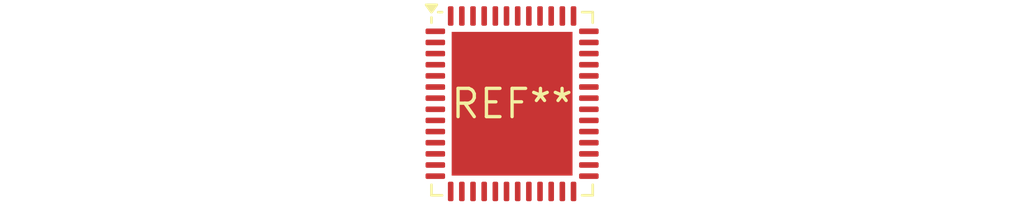
<source format=kicad_pcb>
(kicad_pcb (version 20240108) (generator pcbnew)
  (layers (0 "F.Cu" signal) (31 "B.Cu" signal) (34 "B.Paste" user) (35 "F.Paste" user) (36 "B.SilkS" user "B.Silkscreen") (37 "F.SilkS" user "F.Silkscreen") (38 "B.Mask" user) (39 "F.Mask" user) (44 "Edge.Cuts" user))
  (net 0 "")
  (footprint "QFN-52-1EP_7x8mm_P0.5mm_EP5.41x6.45mm" (layer "F.Cu") (at 0 0)
    (property "Reference" "REF**")
    (property "Value" "QFN-52-1EP_7x8mm_P0.5mm_EP5.41x6.45mm")
    (fp_line (start -3.61 -3.635) (end -3.61 -3.87) (layer "F.SilkS") (stroke (width 0.12)))
    (fp_line (start -3.61 4.11) (end -3.61 3.635) (layer "F.SilkS") (stroke (width 0.12)))
    (fp_line (start -3.135 -4.11) (end -3.31 -4.11) (layer "F.SilkS") (stroke (width 0.12)))
    (fp_line (start -3.135 4.11) (end -3.61 4.11) (layer "F.SilkS") (stroke (width 0.12)))
    (fp_line (start 3.135 -4.11) (end 3.61 -4.11) (layer "F.SilkS") (stroke (width 0.12)))
    (fp_line (start 3.135 4.11) (end 3.61 4.11) (layer "F.SilkS") (stroke (width 0.12)))
    (fp_line (start 3.61 -4.11) (end 3.61 -3.635) (layer "F.SilkS") (stroke (width 0.12)))
    (fp_line (start 3.61 4.11) (end 3.61 3.635) (layer "F.SilkS") (stroke (width 0.12)))
    (fp_poly (pts (xy -3.61 -4.11) (xy -3.85 -4.44) (xy -3.37 -4.44) (xy -3.61 -4.11)) (layer "F.SilkS") (stroke (width 0.12)) (fill solid))
    (pad "1" smd roundrect (at -3.4375 -3.25) (size 0.875 0.25) (layers "F.Cu" "F.Paste" "F.Mask"))
    (pad "2" smd roundrect (at -3.4375 -2.75) (size 0.875 0.25) (layers "F.Cu" "F.Paste" "F.Mask"))
    (pad "3" smd roundrect (at -3.4375 -2.25) (size 0.875 0.25) (layers "F.Cu" "F.Paste" "F.Mask"))
    (pad "4" smd roundrect (at -3.4375 -1.75) (size 0.875 0.25) (layers "F.Cu" "F.Paste" "F.Mask"))
    (pad "5" smd roundrect (at -3.4375 -1.25) (size 0.875 0.25) (layers "F.Cu" "F.Paste" "F.Mask"))
    (pad "6" smd roundrect (at -3.4375 -0.75) (size 0.875 0.25) (layers "F.Cu" "F.Paste" "F.Mask"))
    (pad "7" smd roundrect (at -3.4375 -0.25) (size 0.875 0.25) (layers "F.Cu" "F.Paste" "F.Mask"))
    (pad "8" smd roundrect (at -3.4375 0.25) (size 0.875 0.25) (layers "F.Cu" "F.Paste" "F.Mask"))
    (pad "9" smd roundrect (at -3.4375 0.75) (size 0.875 0.25) (layers "F.Cu" "F.Paste" "F.Mask"))
    (pad "10" smd roundrect (at -3.4375 1.25) (size 0.875 0.25) (layers "F.Cu" "F.Paste" "F.Mask"))
    (pad "11" smd roundrect (at -3.4375 1.75) (size 0.875 0.25) (layers "F.Cu" "F.Paste" "F.Mask"))
    (pad "12" smd roundrect (at -3.4375 2.25) (size 0.875 0.25) (layers "F.Cu" "F.Paste" "F.Mask"))
    (pad "13" smd roundrect (at -3.4375 2.75) (size 0.875 0.25) (layers "F.Cu" "F.Paste" "F.Mask"))
    (pad "14" smd roundrect (at -3.4375 3.25) (size 0.875 0.25) (layers "F.Cu" "F.Paste" "F.Mask"))
    (pad "15" smd roundrect (at -2.75 3.9375) (size 0.25 0.875) (layers "F.Cu" "F.Paste" "F.Mask"))
    (pad "16" smd roundrect (at -2.25 3.9375) (size 0.25 0.875) (layers "F.Cu" "F.Paste" "F.Mask"))
    (pad "17" smd roundrect (at -1.75 3.9375) (size 0.25 0.875) (layers "F.Cu" "F.Paste" "F.Mask"))
    (pad "18" smd roundrect (at -1.25 3.9375) (size 0.25 0.875) (layers "F.Cu" "F.Paste" "F.Mask"))
    (pad "19" smd roundrect (at -0.75 3.9375) (size 0.25 0.875) (layers "F.Cu" "F.Paste" "F.Mask"))
    (pad "20" smd roundrect (at -0.25 3.9375) (size 0.25 0.875) (layers "F.Cu" "F.Paste" "F.Mask"))
    (pad "21" smd roundrect (at 0.25 3.9375) (size 0.25 0.875) (layers "F.Cu" "F.Paste" "F.Mask"))
    (pad "22" smd roundrect (at 0.75 3.9375) (size 0.25 0.875) (layers "F.Cu" "F.Paste" "F.Mask"))
    (pad "23" smd roundrect (at 1.25 3.9375) (size 0.25 0.875) (layers "F.Cu" "F.Paste" "F.Mask"))
    (pad "24" smd roundrect (at 1.75 3.9375) (size 0.25 0.875) (layers "F.Cu" "F.Paste" "F.Mask"))
    (pad "25" smd roundrect (at 2.25 3.9375) (size 0.25 0.875) (layers "F.Cu" "F.Paste" "F.Mask"))
    (pad "26" smd roundrect (at 2.75 3.9375) (size 0.25 0.875) (layers "F.Cu" "F.Paste" "F.Mask"))
    (pad "27" smd roundrect (at 3.4375 3.25) (size 0.875 0.25) (layers "F.Cu" "F.Paste" "F.Mask"))
    (pad "28" smd roundrect (at 3.4375 2.75) (size 0.875 0.25) (layers "F.Cu" "F.Paste" "F.Mask"))
    (pad "29" smd roundrect (at 3.4375 2.25) (size 0.875 0.25) (layers "F.Cu" "F.Paste" "F.Mask"))
    (pad "30" smd roundrect (at 3.4375 1.75) (size 0.875 0.25) (layers "F.Cu" "F.Paste" "F.Mask"))
    (pad "31" smd roundrect (at 3.4375 1.25) (size 0.875 0.25) (layers "F.Cu" "F.Paste" "F.Mask"))
    (pad "32" smd roundrect (at 3.4375 0.75) (size 0.875 0.25) (layers "F.Cu" "F.Paste" "F.Mask"))
    (pad "33" smd roundrect (at 3.4375 0.25) (size 0.875 0.25) (layers "F.Cu" "F.Paste" "F.Mask"))
    (pad "34" smd roundrect (at 3.4375 -0.25) (size 0.875 0.25) (layers "F.Cu" "F.Paste" "F.Mask"))
    (pad "35" smd roundrect (at 3.4375 -0.75) (size 0.875 0.25) (layers "F.Cu" "F.Paste" "F.Mask"))
    (pad "36" smd roundrect (at 3.4375 -1.25) (size 0.875 0.25) (layers "F.Cu" "F.Paste" "F.Mask"))
    (pad "37" smd roundrect (at 3.4375 -1.75) (size 0.875 0.25) (layers "F.Cu" "F.Paste" "F.Mask"))
    (pad "38" smd roundrect (at 3.4375 -2.25) (size 0.875 0.25) (layers "F.Cu" "F.Paste" "F.Mask"))
    (pad "39" smd roundrect (at 3.4375 -2.75) (size 0.875 0.25) (layers "F.Cu" "F.Paste" "F.Mask"))
    (pad "40" smd roundrect (at 3.4375 -3.25) (size 0.875 0.25) (layers "F.Cu" "F.Paste" "F.Mask"))
    (pad "41" smd roundrect (at 2.75 -3.9375) (size 0.25 0.875) (layers "F.Cu" "F.Paste" "F.Mask"))
    (pad "42" smd roundrect (at 2.25 -3.9375) (size 0.25 0.875) (layers "F.Cu" "F.Paste" "F.Mask"))
    (pad "43" smd roundrect (at 1.75 -3.9375) (size 0.25 0.875) (layers "F.Cu" "F.Paste" "F.Mask"))
    (pad "44" smd roundrect (at 1.25 -3.9375) (size 0.25 0.875) (layers "F.Cu" "F.Paste" "F.Mask"))
    (pad "45" smd roundrect (at 0.75 -3.9375) (size 0.25 0.875) (layers "F.Cu" "F.Paste" "F.Mask"))
    (pad "46" smd roundrect (at 0.25 -3.9375) (size 0.25 0.875) (layers "F.Cu" "F.Paste" "F.Mask"))
    (pad "47" smd roundrect (at -0.25 -3.9375) (size 0.25 0.875) (layers "F.Cu" "F.Paste" "F.Mask"))
    (pad "48" smd roundrect (at -0.75 -3.9375) (size 0.25 0.875) (layers "F.Cu" "F.Paste" "F.Mask"))
    (pad "49" smd roundrect (at -1.25 -3.9375) (size 0.25 0.875) (layers "F.Cu" "F.Paste" "F.Mask"))
    (pad "50" smd roundrect (at -1.75 -3.9375) (size 0.25 0.875) (layers "F.Cu" "F.Paste" "F.Mask"))
    (pad "51" smd roundrect (at -2.25 -3.9375) (size 0.25 0.875) (layers "F.Cu" "F.Paste" "F.Mask"))
    (pad "52" smd roundrect (at -2.75 -3.9375) (size 0.25 0.875) (layers "F.Cu" "F.Paste" "F.Mask"))
    (pad "53" smd rect (at 0 0) (size 5.41 6.45) (property pad_prop_heatsink) (layers "F.Cu" "F.Mask"))
  )
)
</source>
